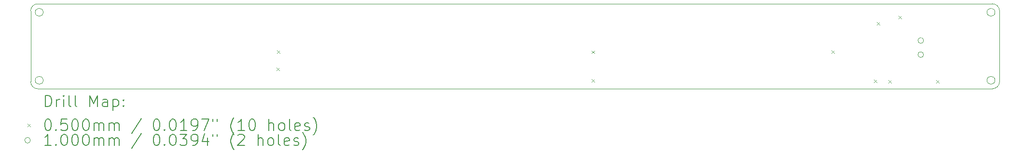
<source format=gbr>
%TF.GenerationSoftware,KiCad,Pcbnew,7.0.8*%
%TF.CreationDate,2023-12-16T13:31:58+08:00*%
%TF.ProjectId,Brake_Light,4272616b-655f-44c6-9967-68742e6b6963,v1.4*%
%TF.SameCoordinates,Original*%
%TF.FileFunction,Drillmap*%
%TF.FilePolarity,Positive*%
%FSLAX45Y45*%
G04 Gerber Fmt 4.5, Leading zero omitted, Abs format (unit mm)*
G04 Created by KiCad (PCBNEW 7.0.8) date 2023-12-16 13:31:58*
%MOMM*%
%LPD*%
G01*
G04 APERTURE LIST*
%ADD10C,0.100000*%
%ADD11C,0.200000*%
%ADD12C,0.050000*%
G04 APERTURE END LIST*
D10*
X21999613Y-9125391D02*
G75*
G03*
X21874609Y-9000387I-125003J1D01*
G01*
X5220000Y-10350000D02*
G75*
G03*
X5220000Y-10350000I-70000J0D01*
G01*
X21920000Y-10350000D02*
G75*
G03*
X21920000Y-10350000I-70000J0D01*
G01*
X5125391Y-9000387D02*
X21874609Y-9000387D01*
X21874609Y-10499613D02*
G75*
G03*
X21999613Y-10374609I1J125003D01*
G01*
X5000387Y-10374609D02*
X5000387Y-9125391D01*
X5125391Y-9000387D02*
G75*
G03*
X5000387Y-9125391I-1J-125003D01*
G01*
X21999613Y-9125391D02*
X21999613Y-10374609D01*
X5000387Y-10374609D02*
G75*
G03*
X5125391Y-10499613I125003J-1D01*
G01*
X21920000Y-9150000D02*
G75*
G03*
X21920000Y-9150000I-70000J0D01*
G01*
X5220000Y-9150000D02*
G75*
G03*
X5220000Y-9150000I-70000J0D01*
G01*
X21874609Y-10499613D02*
X5125391Y-10499613D01*
D11*
D12*
X9318000Y-10129000D02*
X9368000Y-10179000D01*
X9368000Y-10129000D02*
X9318000Y-10179000D01*
X9322000Y-9819000D02*
X9372000Y-9869000D01*
X9372000Y-9819000D02*
X9322000Y-9869000D01*
X14842000Y-9827000D02*
X14892000Y-9877000D01*
X14892000Y-9827000D02*
X14842000Y-9877000D01*
X14842000Y-10331000D02*
X14892000Y-10381000D01*
X14892000Y-10331000D02*
X14842000Y-10381000D01*
X19054000Y-9819000D02*
X19104000Y-9869000D01*
X19104000Y-9819000D02*
X19054000Y-9869000D01*
X19795000Y-10336000D02*
X19845000Y-10386000D01*
X19845000Y-10336000D02*
X19795000Y-10386000D01*
X19850000Y-9325000D02*
X19900000Y-9375000D01*
X19900000Y-9325000D02*
X19850000Y-9375000D01*
X20050000Y-10344000D02*
X20100000Y-10394000D01*
X20100000Y-10344000D02*
X20050000Y-10394000D01*
X20224000Y-9212000D02*
X20274000Y-9262000D01*
X20274000Y-9212000D02*
X20224000Y-9262000D01*
X20885000Y-10351000D02*
X20935000Y-10401000D01*
X20935000Y-10351000D02*
X20885000Y-10401000D01*
D10*
X20667400Y-9647700D02*
G75*
G03*
X20667400Y-9647700I-50000J0D01*
G01*
X20667400Y-9897700D02*
G75*
G03*
X20667400Y-9897700I-50000J0D01*
G01*
D11*
X5256164Y-10816097D02*
X5256164Y-10616097D01*
X5256164Y-10616097D02*
X5303783Y-10616097D01*
X5303783Y-10616097D02*
X5332355Y-10625620D01*
X5332355Y-10625620D02*
X5351402Y-10644668D01*
X5351402Y-10644668D02*
X5360926Y-10663716D01*
X5360926Y-10663716D02*
X5370450Y-10701811D01*
X5370450Y-10701811D02*
X5370450Y-10730382D01*
X5370450Y-10730382D02*
X5360926Y-10768478D01*
X5360926Y-10768478D02*
X5351402Y-10787525D01*
X5351402Y-10787525D02*
X5332355Y-10806573D01*
X5332355Y-10806573D02*
X5303783Y-10816097D01*
X5303783Y-10816097D02*
X5256164Y-10816097D01*
X5456164Y-10816097D02*
X5456164Y-10682763D01*
X5456164Y-10720859D02*
X5465688Y-10701811D01*
X5465688Y-10701811D02*
X5475212Y-10692287D01*
X5475212Y-10692287D02*
X5494259Y-10682763D01*
X5494259Y-10682763D02*
X5513307Y-10682763D01*
X5579974Y-10816097D02*
X5579974Y-10682763D01*
X5579974Y-10616097D02*
X5570450Y-10625620D01*
X5570450Y-10625620D02*
X5579974Y-10635144D01*
X5579974Y-10635144D02*
X5589497Y-10625620D01*
X5589497Y-10625620D02*
X5579974Y-10616097D01*
X5579974Y-10616097D02*
X5579974Y-10635144D01*
X5703783Y-10816097D02*
X5684735Y-10806573D01*
X5684735Y-10806573D02*
X5675212Y-10787525D01*
X5675212Y-10787525D02*
X5675212Y-10616097D01*
X5808545Y-10816097D02*
X5789497Y-10806573D01*
X5789497Y-10806573D02*
X5779973Y-10787525D01*
X5779973Y-10787525D02*
X5779973Y-10616097D01*
X6037116Y-10816097D02*
X6037116Y-10616097D01*
X6037116Y-10616097D02*
X6103783Y-10758954D01*
X6103783Y-10758954D02*
X6170450Y-10616097D01*
X6170450Y-10616097D02*
X6170450Y-10816097D01*
X6351402Y-10816097D02*
X6351402Y-10711335D01*
X6351402Y-10711335D02*
X6341878Y-10692287D01*
X6341878Y-10692287D02*
X6322831Y-10682763D01*
X6322831Y-10682763D02*
X6284735Y-10682763D01*
X6284735Y-10682763D02*
X6265688Y-10692287D01*
X6351402Y-10806573D02*
X6332354Y-10816097D01*
X6332354Y-10816097D02*
X6284735Y-10816097D01*
X6284735Y-10816097D02*
X6265688Y-10806573D01*
X6265688Y-10806573D02*
X6256164Y-10787525D01*
X6256164Y-10787525D02*
X6256164Y-10768478D01*
X6256164Y-10768478D02*
X6265688Y-10749430D01*
X6265688Y-10749430D02*
X6284735Y-10739906D01*
X6284735Y-10739906D02*
X6332354Y-10739906D01*
X6332354Y-10739906D02*
X6351402Y-10730382D01*
X6446640Y-10682763D02*
X6446640Y-10882763D01*
X6446640Y-10692287D02*
X6465688Y-10682763D01*
X6465688Y-10682763D02*
X6503783Y-10682763D01*
X6503783Y-10682763D02*
X6522831Y-10692287D01*
X6522831Y-10692287D02*
X6532354Y-10701811D01*
X6532354Y-10701811D02*
X6541878Y-10720859D01*
X6541878Y-10720859D02*
X6541878Y-10778001D01*
X6541878Y-10778001D02*
X6532354Y-10797049D01*
X6532354Y-10797049D02*
X6522831Y-10806573D01*
X6522831Y-10806573D02*
X6503783Y-10816097D01*
X6503783Y-10816097D02*
X6465688Y-10816097D01*
X6465688Y-10816097D02*
X6446640Y-10806573D01*
X6627593Y-10797049D02*
X6637116Y-10806573D01*
X6637116Y-10806573D02*
X6627593Y-10816097D01*
X6627593Y-10816097D02*
X6618069Y-10806573D01*
X6618069Y-10806573D02*
X6627593Y-10797049D01*
X6627593Y-10797049D02*
X6627593Y-10816097D01*
X6627593Y-10692287D02*
X6637116Y-10701811D01*
X6637116Y-10701811D02*
X6627593Y-10711335D01*
X6627593Y-10711335D02*
X6618069Y-10701811D01*
X6618069Y-10701811D02*
X6627593Y-10692287D01*
X6627593Y-10692287D02*
X6627593Y-10711335D01*
D12*
X4945387Y-11119613D02*
X4995387Y-11169613D01*
X4995387Y-11119613D02*
X4945387Y-11169613D01*
D11*
X5294259Y-11036097D02*
X5313307Y-11036097D01*
X5313307Y-11036097D02*
X5332355Y-11045620D01*
X5332355Y-11045620D02*
X5341878Y-11055144D01*
X5341878Y-11055144D02*
X5351402Y-11074192D01*
X5351402Y-11074192D02*
X5360926Y-11112287D01*
X5360926Y-11112287D02*
X5360926Y-11159906D01*
X5360926Y-11159906D02*
X5351402Y-11198001D01*
X5351402Y-11198001D02*
X5341878Y-11217049D01*
X5341878Y-11217049D02*
X5332355Y-11226573D01*
X5332355Y-11226573D02*
X5313307Y-11236097D01*
X5313307Y-11236097D02*
X5294259Y-11236097D01*
X5294259Y-11236097D02*
X5275212Y-11226573D01*
X5275212Y-11226573D02*
X5265688Y-11217049D01*
X5265688Y-11217049D02*
X5256164Y-11198001D01*
X5256164Y-11198001D02*
X5246640Y-11159906D01*
X5246640Y-11159906D02*
X5246640Y-11112287D01*
X5246640Y-11112287D02*
X5256164Y-11074192D01*
X5256164Y-11074192D02*
X5265688Y-11055144D01*
X5265688Y-11055144D02*
X5275212Y-11045620D01*
X5275212Y-11045620D02*
X5294259Y-11036097D01*
X5446640Y-11217049D02*
X5456164Y-11226573D01*
X5456164Y-11226573D02*
X5446640Y-11236097D01*
X5446640Y-11236097D02*
X5437116Y-11226573D01*
X5437116Y-11226573D02*
X5446640Y-11217049D01*
X5446640Y-11217049D02*
X5446640Y-11236097D01*
X5637116Y-11036097D02*
X5541878Y-11036097D01*
X5541878Y-11036097D02*
X5532355Y-11131335D01*
X5532355Y-11131335D02*
X5541878Y-11121811D01*
X5541878Y-11121811D02*
X5560926Y-11112287D01*
X5560926Y-11112287D02*
X5608545Y-11112287D01*
X5608545Y-11112287D02*
X5627593Y-11121811D01*
X5627593Y-11121811D02*
X5637116Y-11131335D01*
X5637116Y-11131335D02*
X5646640Y-11150382D01*
X5646640Y-11150382D02*
X5646640Y-11198001D01*
X5646640Y-11198001D02*
X5637116Y-11217049D01*
X5637116Y-11217049D02*
X5627593Y-11226573D01*
X5627593Y-11226573D02*
X5608545Y-11236097D01*
X5608545Y-11236097D02*
X5560926Y-11236097D01*
X5560926Y-11236097D02*
X5541878Y-11226573D01*
X5541878Y-11226573D02*
X5532355Y-11217049D01*
X5770450Y-11036097D02*
X5789497Y-11036097D01*
X5789497Y-11036097D02*
X5808545Y-11045620D01*
X5808545Y-11045620D02*
X5818069Y-11055144D01*
X5818069Y-11055144D02*
X5827593Y-11074192D01*
X5827593Y-11074192D02*
X5837116Y-11112287D01*
X5837116Y-11112287D02*
X5837116Y-11159906D01*
X5837116Y-11159906D02*
X5827593Y-11198001D01*
X5827593Y-11198001D02*
X5818069Y-11217049D01*
X5818069Y-11217049D02*
X5808545Y-11226573D01*
X5808545Y-11226573D02*
X5789497Y-11236097D01*
X5789497Y-11236097D02*
X5770450Y-11236097D01*
X5770450Y-11236097D02*
X5751402Y-11226573D01*
X5751402Y-11226573D02*
X5741878Y-11217049D01*
X5741878Y-11217049D02*
X5732354Y-11198001D01*
X5732354Y-11198001D02*
X5722831Y-11159906D01*
X5722831Y-11159906D02*
X5722831Y-11112287D01*
X5722831Y-11112287D02*
X5732354Y-11074192D01*
X5732354Y-11074192D02*
X5741878Y-11055144D01*
X5741878Y-11055144D02*
X5751402Y-11045620D01*
X5751402Y-11045620D02*
X5770450Y-11036097D01*
X5960926Y-11036097D02*
X5979974Y-11036097D01*
X5979974Y-11036097D02*
X5999021Y-11045620D01*
X5999021Y-11045620D02*
X6008545Y-11055144D01*
X6008545Y-11055144D02*
X6018069Y-11074192D01*
X6018069Y-11074192D02*
X6027593Y-11112287D01*
X6027593Y-11112287D02*
X6027593Y-11159906D01*
X6027593Y-11159906D02*
X6018069Y-11198001D01*
X6018069Y-11198001D02*
X6008545Y-11217049D01*
X6008545Y-11217049D02*
X5999021Y-11226573D01*
X5999021Y-11226573D02*
X5979974Y-11236097D01*
X5979974Y-11236097D02*
X5960926Y-11236097D01*
X5960926Y-11236097D02*
X5941878Y-11226573D01*
X5941878Y-11226573D02*
X5932354Y-11217049D01*
X5932354Y-11217049D02*
X5922831Y-11198001D01*
X5922831Y-11198001D02*
X5913307Y-11159906D01*
X5913307Y-11159906D02*
X5913307Y-11112287D01*
X5913307Y-11112287D02*
X5922831Y-11074192D01*
X5922831Y-11074192D02*
X5932354Y-11055144D01*
X5932354Y-11055144D02*
X5941878Y-11045620D01*
X5941878Y-11045620D02*
X5960926Y-11036097D01*
X6113307Y-11236097D02*
X6113307Y-11102763D01*
X6113307Y-11121811D02*
X6122831Y-11112287D01*
X6122831Y-11112287D02*
X6141878Y-11102763D01*
X6141878Y-11102763D02*
X6170450Y-11102763D01*
X6170450Y-11102763D02*
X6189497Y-11112287D01*
X6189497Y-11112287D02*
X6199021Y-11131335D01*
X6199021Y-11131335D02*
X6199021Y-11236097D01*
X6199021Y-11131335D02*
X6208545Y-11112287D01*
X6208545Y-11112287D02*
X6227593Y-11102763D01*
X6227593Y-11102763D02*
X6256164Y-11102763D01*
X6256164Y-11102763D02*
X6275212Y-11112287D01*
X6275212Y-11112287D02*
X6284735Y-11131335D01*
X6284735Y-11131335D02*
X6284735Y-11236097D01*
X6379974Y-11236097D02*
X6379974Y-11102763D01*
X6379974Y-11121811D02*
X6389497Y-11112287D01*
X6389497Y-11112287D02*
X6408545Y-11102763D01*
X6408545Y-11102763D02*
X6437116Y-11102763D01*
X6437116Y-11102763D02*
X6456164Y-11112287D01*
X6456164Y-11112287D02*
X6465688Y-11131335D01*
X6465688Y-11131335D02*
X6465688Y-11236097D01*
X6465688Y-11131335D02*
X6475212Y-11112287D01*
X6475212Y-11112287D02*
X6494259Y-11102763D01*
X6494259Y-11102763D02*
X6522831Y-11102763D01*
X6522831Y-11102763D02*
X6541878Y-11112287D01*
X6541878Y-11112287D02*
X6551402Y-11131335D01*
X6551402Y-11131335D02*
X6551402Y-11236097D01*
X6941878Y-11026573D02*
X6770450Y-11283716D01*
X7199021Y-11036097D02*
X7218069Y-11036097D01*
X7218069Y-11036097D02*
X7237117Y-11045620D01*
X7237117Y-11045620D02*
X7246640Y-11055144D01*
X7246640Y-11055144D02*
X7256164Y-11074192D01*
X7256164Y-11074192D02*
X7265688Y-11112287D01*
X7265688Y-11112287D02*
X7265688Y-11159906D01*
X7265688Y-11159906D02*
X7256164Y-11198001D01*
X7256164Y-11198001D02*
X7246640Y-11217049D01*
X7246640Y-11217049D02*
X7237117Y-11226573D01*
X7237117Y-11226573D02*
X7218069Y-11236097D01*
X7218069Y-11236097D02*
X7199021Y-11236097D01*
X7199021Y-11236097D02*
X7179974Y-11226573D01*
X7179974Y-11226573D02*
X7170450Y-11217049D01*
X7170450Y-11217049D02*
X7160926Y-11198001D01*
X7160926Y-11198001D02*
X7151402Y-11159906D01*
X7151402Y-11159906D02*
X7151402Y-11112287D01*
X7151402Y-11112287D02*
X7160926Y-11074192D01*
X7160926Y-11074192D02*
X7170450Y-11055144D01*
X7170450Y-11055144D02*
X7179974Y-11045620D01*
X7179974Y-11045620D02*
X7199021Y-11036097D01*
X7351402Y-11217049D02*
X7360926Y-11226573D01*
X7360926Y-11226573D02*
X7351402Y-11236097D01*
X7351402Y-11236097D02*
X7341878Y-11226573D01*
X7341878Y-11226573D02*
X7351402Y-11217049D01*
X7351402Y-11217049D02*
X7351402Y-11236097D01*
X7484736Y-11036097D02*
X7503783Y-11036097D01*
X7503783Y-11036097D02*
X7522831Y-11045620D01*
X7522831Y-11045620D02*
X7532355Y-11055144D01*
X7532355Y-11055144D02*
X7541878Y-11074192D01*
X7541878Y-11074192D02*
X7551402Y-11112287D01*
X7551402Y-11112287D02*
X7551402Y-11159906D01*
X7551402Y-11159906D02*
X7541878Y-11198001D01*
X7541878Y-11198001D02*
X7532355Y-11217049D01*
X7532355Y-11217049D02*
X7522831Y-11226573D01*
X7522831Y-11226573D02*
X7503783Y-11236097D01*
X7503783Y-11236097D02*
X7484736Y-11236097D01*
X7484736Y-11236097D02*
X7465688Y-11226573D01*
X7465688Y-11226573D02*
X7456164Y-11217049D01*
X7456164Y-11217049D02*
X7446640Y-11198001D01*
X7446640Y-11198001D02*
X7437117Y-11159906D01*
X7437117Y-11159906D02*
X7437117Y-11112287D01*
X7437117Y-11112287D02*
X7446640Y-11074192D01*
X7446640Y-11074192D02*
X7456164Y-11055144D01*
X7456164Y-11055144D02*
X7465688Y-11045620D01*
X7465688Y-11045620D02*
X7484736Y-11036097D01*
X7741878Y-11236097D02*
X7627593Y-11236097D01*
X7684736Y-11236097D02*
X7684736Y-11036097D01*
X7684736Y-11036097D02*
X7665688Y-11064668D01*
X7665688Y-11064668D02*
X7646640Y-11083716D01*
X7646640Y-11083716D02*
X7627593Y-11093239D01*
X7837117Y-11236097D02*
X7875212Y-11236097D01*
X7875212Y-11236097D02*
X7894259Y-11226573D01*
X7894259Y-11226573D02*
X7903783Y-11217049D01*
X7903783Y-11217049D02*
X7922831Y-11188477D01*
X7922831Y-11188477D02*
X7932355Y-11150382D01*
X7932355Y-11150382D02*
X7932355Y-11074192D01*
X7932355Y-11074192D02*
X7922831Y-11055144D01*
X7922831Y-11055144D02*
X7913307Y-11045620D01*
X7913307Y-11045620D02*
X7894259Y-11036097D01*
X7894259Y-11036097D02*
X7856164Y-11036097D01*
X7856164Y-11036097D02*
X7837117Y-11045620D01*
X7837117Y-11045620D02*
X7827593Y-11055144D01*
X7827593Y-11055144D02*
X7818069Y-11074192D01*
X7818069Y-11074192D02*
X7818069Y-11121811D01*
X7818069Y-11121811D02*
X7827593Y-11140859D01*
X7827593Y-11140859D02*
X7837117Y-11150382D01*
X7837117Y-11150382D02*
X7856164Y-11159906D01*
X7856164Y-11159906D02*
X7894259Y-11159906D01*
X7894259Y-11159906D02*
X7913307Y-11150382D01*
X7913307Y-11150382D02*
X7922831Y-11140859D01*
X7922831Y-11140859D02*
X7932355Y-11121811D01*
X7999021Y-11036097D02*
X8132355Y-11036097D01*
X8132355Y-11036097D02*
X8046640Y-11236097D01*
X8199021Y-11036097D02*
X8199021Y-11074192D01*
X8275212Y-11036097D02*
X8275212Y-11074192D01*
X8570450Y-11312287D02*
X8560926Y-11302763D01*
X8560926Y-11302763D02*
X8541879Y-11274192D01*
X8541879Y-11274192D02*
X8532355Y-11255144D01*
X8532355Y-11255144D02*
X8522831Y-11226573D01*
X8522831Y-11226573D02*
X8513307Y-11178954D01*
X8513307Y-11178954D02*
X8513307Y-11140859D01*
X8513307Y-11140859D02*
X8522831Y-11093239D01*
X8522831Y-11093239D02*
X8532355Y-11064668D01*
X8532355Y-11064668D02*
X8541879Y-11045620D01*
X8541879Y-11045620D02*
X8560926Y-11017049D01*
X8560926Y-11017049D02*
X8570450Y-11007525D01*
X8751402Y-11236097D02*
X8637117Y-11236097D01*
X8694260Y-11236097D02*
X8694260Y-11036097D01*
X8694260Y-11036097D02*
X8675212Y-11064668D01*
X8675212Y-11064668D02*
X8656164Y-11083716D01*
X8656164Y-11083716D02*
X8637117Y-11093239D01*
X8875212Y-11036097D02*
X8894260Y-11036097D01*
X8894260Y-11036097D02*
X8913307Y-11045620D01*
X8913307Y-11045620D02*
X8922831Y-11055144D01*
X8922831Y-11055144D02*
X8932355Y-11074192D01*
X8932355Y-11074192D02*
X8941879Y-11112287D01*
X8941879Y-11112287D02*
X8941879Y-11159906D01*
X8941879Y-11159906D02*
X8932355Y-11198001D01*
X8932355Y-11198001D02*
X8922831Y-11217049D01*
X8922831Y-11217049D02*
X8913307Y-11226573D01*
X8913307Y-11226573D02*
X8894260Y-11236097D01*
X8894260Y-11236097D02*
X8875212Y-11236097D01*
X8875212Y-11236097D02*
X8856164Y-11226573D01*
X8856164Y-11226573D02*
X8846641Y-11217049D01*
X8846641Y-11217049D02*
X8837117Y-11198001D01*
X8837117Y-11198001D02*
X8827593Y-11159906D01*
X8827593Y-11159906D02*
X8827593Y-11112287D01*
X8827593Y-11112287D02*
X8837117Y-11074192D01*
X8837117Y-11074192D02*
X8846641Y-11055144D01*
X8846641Y-11055144D02*
X8856164Y-11045620D01*
X8856164Y-11045620D02*
X8875212Y-11036097D01*
X9179974Y-11236097D02*
X9179974Y-11036097D01*
X9265688Y-11236097D02*
X9265688Y-11131335D01*
X9265688Y-11131335D02*
X9256164Y-11112287D01*
X9256164Y-11112287D02*
X9237117Y-11102763D01*
X9237117Y-11102763D02*
X9208545Y-11102763D01*
X9208545Y-11102763D02*
X9189498Y-11112287D01*
X9189498Y-11112287D02*
X9179974Y-11121811D01*
X9389498Y-11236097D02*
X9370450Y-11226573D01*
X9370450Y-11226573D02*
X9360926Y-11217049D01*
X9360926Y-11217049D02*
X9351403Y-11198001D01*
X9351403Y-11198001D02*
X9351403Y-11140859D01*
X9351403Y-11140859D02*
X9360926Y-11121811D01*
X9360926Y-11121811D02*
X9370450Y-11112287D01*
X9370450Y-11112287D02*
X9389498Y-11102763D01*
X9389498Y-11102763D02*
X9418069Y-11102763D01*
X9418069Y-11102763D02*
X9437117Y-11112287D01*
X9437117Y-11112287D02*
X9446641Y-11121811D01*
X9446641Y-11121811D02*
X9456164Y-11140859D01*
X9456164Y-11140859D02*
X9456164Y-11198001D01*
X9456164Y-11198001D02*
X9446641Y-11217049D01*
X9446641Y-11217049D02*
X9437117Y-11226573D01*
X9437117Y-11226573D02*
X9418069Y-11236097D01*
X9418069Y-11236097D02*
X9389498Y-11236097D01*
X9570450Y-11236097D02*
X9551403Y-11226573D01*
X9551403Y-11226573D02*
X9541879Y-11207525D01*
X9541879Y-11207525D02*
X9541879Y-11036097D01*
X9722831Y-11226573D02*
X9703784Y-11236097D01*
X9703784Y-11236097D02*
X9665688Y-11236097D01*
X9665688Y-11236097D02*
X9646641Y-11226573D01*
X9646641Y-11226573D02*
X9637117Y-11207525D01*
X9637117Y-11207525D02*
X9637117Y-11131335D01*
X9637117Y-11131335D02*
X9646641Y-11112287D01*
X9646641Y-11112287D02*
X9665688Y-11102763D01*
X9665688Y-11102763D02*
X9703784Y-11102763D01*
X9703784Y-11102763D02*
X9722831Y-11112287D01*
X9722831Y-11112287D02*
X9732355Y-11131335D01*
X9732355Y-11131335D02*
X9732355Y-11150382D01*
X9732355Y-11150382D02*
X9637117Y-11169430D01*
X9808545Y-11226573D02*
X9827593Y-11236097D01*
X9827593Y-11236097D02*
X9865688Y-11236097D01*
X9865688Y-11236097D02*
X9884736Y-11226573D01*
X9884736Y-11226573D02*
X9894260Y-11207525D01*
X9894260Y-11207525D02*
X9894260Y-11198001D01*
X9894260Y-11198001D02*
X9884736Y-11178954D01*
X9884736Y-11178954D02*
X9865688Y-11169430D01*
X9865688Y-11169430D02*
X9837117Y-11169430D01*
X9837117Y-11169430D02*
X9818069Y-11159906D01*
X9818069Y-11159906D02*
X9808545Y-11140859D01*
X9808545Y-11140859D02*
X9808545Y-11131335D01*
X9808545Y-11131335D02*
X9818069Y-11112287D01*
X9818069Y-11112287D02*
X9837117Y-11102763D01*
X9837117Y-11102763D02*
X9865688Y-11102763D01*
X9865688Y-11102763D02*
X9884736Y-11112287D01*
X9960926Y-11312287D02*
X9970450Y-11302763D01*
X9970450Y-11302763D02*
X9989498Y-11274192D01*
X9989498Y-11274192D02*
X9999022Y-11255144D01*
X9999022Y-11255144D02*
X10008545Y-11226573D01*
X10008545Y-11226573D02*
X10018069Y-11178954D01*
X10018069Y-11178954D02*
X10018069Y-11140859D01*
X10018069Y-11140859D02*
X10008545Y-11093239D01*
X10008545Y-11093239D02*
X9999022Y-11064668D01*
X9999022Y-11064668D02*
X9989498Y-11045620D01*
X9989498Y-11045620D02*
X9970450Y-11017049D01*
X9970450Y-11017049D02*
X9960926Y-11007525D01*
D10*
X4995387Y-11408613D02*
G75*
G03*
X4995387Y-11408613I-50000J0D01*
G01*
D11*
X5360926Y-11500097D02*
X5246640Y-11500097D01*
X5303783Y-11500097D02*
X5303783Y-11300097D01*
X5303783Y-11300097D02*
X5284735Y-11328668D01*
X5284735Y-11328668D02*
X5265688Y-11347716D01*
X5265688Y-11347716D02*
X5246640Y-11357239D01*
X5446640Y-11481049D02*
X5456164Y-11490573D01*
X5456164Y-11490573D02*
X5446640Y-11500097D01*
X5446640Y-11500097D02*
X5437116Y-11490573D01*
X5437116Y-11490573D02*
X5446640Y-11481049D01*
X5446640Y-11481049D02*
X5446640Y-11500097D01*
X5579974Y-11300097D02*
X5599021Y-11300097D01*
X5599021Y-11300097D02*
X5618069Y-11309620D01*
X5618069Y-11309620D02*
X5627593Y-11319144D01*
X5627593Y-11319144D02*
X5637116Y-11338192D01*
X5637116Y-11338192D02*
X5646640Y-11376287D01*
X5646640Y-11376287D02*
X5646640Y-11423906D01*
X5646640Y-11423906D02*
X5637116Y-11462001D01*
X5637116Y-11462001D02*
X5627593Y-11481049D01*
X5627593Y-11481049D02*
X5618069Y-11490573D01*
X5618069Y-11490573D02*
X5599021Y-11500097D01*
X5599021Y-11500097D02*
X5579974Y-11500097D01*
X5579974Y-11500097D02*
X5560926Y-11490573D01*
X5560926Y-11490573D02*
X5551402Y-11481049D01*
X5551402Y-11481049D02*
X5541878Y-11462001D01*
X5541878Y-11462001D02*
X5532355Y-11423906D01*
X5532355Y-11423906D02*
X5532355Y-11376287D01*
X5532355Y-11376287D02*
X5541878Y-11338192D01*
X5541878Y-11338192D02*
X5551402Y-11319144D01*
X5551402Y-11319144D02*
X5560926Y-11309620D01*
X5560926Y-11309620D02*
X5579974Y-11300097D01*
X5770450Y-11300097D02*
X5789497Y-11300097D01*
X5789497Y-11300097D02*
X5808545Y-11309620D01*
X5808545Y-11309620D02*
X5818069Y-11319144D01*
X5818069Y-11319144D02*
X5827593Y-11338192D01*
X5827593Y-11338192D02*
X5837116Y-11376287D01*
X5837116Y-11376287D02*
X5837116Y-11423906D01*
X5837116Y-11423906D02*
X5827593Y-11462001D01*
X5827593Y-11462001D02*
X5818069Y-11481049D01*
X5818069Y-11481049D02*
X5808545Y-11490573D01*
X5808545Y-11490573D02*
X5789497Y-11500097D01*
X5789497Y-11500097D02*
X5770450Y-11500097D01*
X5770450Y-11500097D02*
X5751402Y-11490573D01*
X5751402Y-11490573D02*
X5741878Y-11481049D01*
X5741878Y-11481049D02*
X5732354Y-11462001D01*
X5732354Y-11462001D02*
X5722831Y-11423906D01*
X5722831Y-11423906D02*
X5722831Y-11376287D01*
X5722831Y-11376287D02*
X5732354Y-11338192D01*
X5732354Y-11338192D02*
X5741878Y-11319144D01*
X5741878Y-11319144D02*
X5751402Y-11309620D01*
X5751402Y-11309620D02*
X5770450Y-11300097D01*
X5960926Y-11300097D02*
X5979974Y-11300097D01*
X5979974Y-11300097D02*
X5999021Y-11309620D01*
X5999021Y-11309620D02*
X6008545Y-11319144D01*
X6008545Y-11319144D02*
X6018069Y-11338192D01*
X6018069Y-11338192D02*
X6027593Y-11376287D01*
X6027593Y-11376287D02*
X6027593Y-11423906D01*
X6027593Y-11423906D02*
X6018069Y-11462001D01*
X6018069Y-11462001D02*
X6008545Y-11481049D01*
X6008545Y-11481049D02*
X5999021Y-11490573D01*
X5999021Y-11490573D02*
X5979974Y-11500097D01*
X5979974Y-11500097D02*
X5960926Y-11500097D01*
X5960926Y-11500097D02*
X5941878Y-11490573D01*
X5941878Y-11490573D02*
X5932354Y-11481049D01*
X5932354Y-11481049D02*
X5922831Y-11462001D01*
X5922831Y-11462001D02*
X5913307Y-11423906D01*
X5913307Y-11423906D02*
X5913307Y-11376287D01*
X5913307Y-11376287D02*
X5922831Y-11338192D01*
X5922831Y-11338192D02*
X5932354Y-11319144D01*
X5932354Y-11319144D02*
X5941878Y-11309620D01*
X5941878Y-11309620D02*
X5960926Y-11300097D01*
X6113307Y-11500097D02*
X6113307Y-11366763D01*
X6113307Y-11385811D02*
X6122831Y-11376287D01*
X6122831Y-11376287D02*
X6141878Y-11366763D01*
X6141878Y-11366763D02*
X6170450Y-11366763D01*
X6170450Y-11366763D02*
X6189497Y-11376287D01*
X6189497Y-11376287D02*
X6199021Y-11395335D01*
X6199021Y-11395335D02*
X6199021Y-11500097D01*
X6199021Y-11395335D02*
X6208545Y-11376287D01*
X6208545Y-11376287D02*
X6227593Y-11366763D01*
X6227593Y-11366763D02*
X6256164Y-11366763D01*
X6256164Y-11366763D02*
X6275212Y-11376287D01*
X6275212Y-11376287D02*
X6284735Y-11395335D01*
X6284735Y-11395335D02*
X6284735Y-11500097D01*
X6379974Y-11500097D02*
X6379974Y-11366763D01*
X6379974Y-11385811D02*
X6389497Y-11376287D01*
X6389497Y-11376287D02*
X6408545Y-11366763D01*
X6408545Y-11366763D02*
X6437116Y-11366763D01*
X6437116Y-11366763D02*
X6456164Y-11376287D01*
X6456164Y-11376287D02*
X6465688Y-11395335D01*
X6465688Y-11395335D02*
X6465688Y-11500097D01*
X6465688Y-11395335D02*
X6475212Y-11376287D01*
X6475212Y-11376287D02*
X6494259Y-11366763D01*
X6494259Y-11366763D02*
X6522831Y-11366763D01*
X6522831Y-11366763D02*
X6541878Y-11376287D01*
X6541878Y-11376287D02*
X6551402Y-11395335D01*
X6551402Y-11395335D02*
X6551402Y-11500097D01*
X6941878Y-11290573D02*
X6770450Y-11547716D01*
X7199021Y-11300097D02*
X7218069Y-11300097D01*
X7218069Y-11300097D02*
X7237117Y-11309620D01*
X7237117Y-11309620D02*
X7246640Y-11319144D01*
X7246640Y-11319144D02*
X7256164Y-11338192D01*
X7256164Y-11338192D02*
X7265688Y-11376287D01*
X7265688Y-11376287D02*
X7265688Y-11423906D01*
X7265688Y-11423906D02*
X7256164Y-11462001D01*
X7256164Y-11462001D02*
X7246640Y-11481049D01*
X7246640Y-11481049D02*
X7237117Y-11490573D01*
X7237117Y-11490573D02*
X7218069Y-11500097D01*
X7218069Y-11500097D02*
X7199021Y-11500097D01*
X7199021Y-11500097D02*
X7179974Y-11490573D01*
X7179974Y-11490573D02*
X7170450Y-11481049D01*
X7170450Y-11481049D02*
X7160926Y-11462001D01*
X7160926Y-11462001D02*
X7151402Y-11423906D01*
X7151402Y-11423906D02*
X7151402Y-11376287D01*
X7151402Y-11376287D02*
X7160926Y-11338192D01*
X7160926Y-11338192D02*
X7170450Y-11319144D01*
X7170450Y-11319144D02*
X7179974Y-11309620D01*
X7179974Y-11309620D02*
X7199021Y-11300097D01*
X7351402Y-11481049D02*
X7360926Y-11490573D01*
X7360926Y-11490573D02*
X7351402Y-11500097D01*
X7351402Y-11500097D02*
X7341878Y-11490573D01*
X7341878Y-11490573D02*
X7351402Y-11481049D01*
X7351402Y-11481049D02*
X7351402Y-11500097D01*
X7484736Y-11300097D02*
X7503783Y-11300097D01*
X7503783Y-11300097D02*
X7522831Y-11309620D01*
X7522831Y-11309620D02*
X7532355Y-11319144D01*
X7532355Y-11319144D02*
X7541878Y-11338192D01*
X7541878Y-11338192D02*
X7551402Y-11376287D01*
X7551402Y-11376287D02*
X7551402Y-11423906D01*
X7551402Y-11423906D02*
X7541878Y-11462001D01*
X7541878Y-11462001D02*
X7532355Y-11481049D01*
X7532355Y-11481049D02*
X7522831Y-11490573D01*
X7522831Y-11490573D02*
X7503783Y-11500097D01*
X7503783Y-11500097D02*
X7484736Y-11500097D01*
X7484736Y-11500097D02*
X7465688Y-11490573D01*
X7465688Y-11490573D02*
X7456164Y-11481049D01*
X7456164Y-11481049D02*
X7446640Y-11462001D01*
X7446640Y-11462001D02*
X7437117Y-11423906D01*
X7437117Y-11423906D02*
X7437117Y-11376287D01*
X7437117Y-11376287D02*
X7446640Y-11338192D01*
X7446640Y-11338192D02*
X7456164Y-11319144D01*
X7456164Y-11319144D02*
X7465688Y-11309620D01*
X7465688Y-11309620D02*
X7484736Y-11300097D01*
X7618069Y-11300097D02*
X7741878Y-11300097D01*
X7741878Y-11300097D02*
X7675212Y-11376287D01*
X7675212Y-11376287D02*
X7703783Y-11376287D01*
X7703783Y-11376287D02*
X7722831Y-11385811D01*
X7722831Y-11385811D02*
X7732355Y-11395335D01*
X7732355Y-11395335D02*
X7741878Y-11414382D01*
X7741878Y-11414382D02*
X7741878Y-11462001D01*
X7741878Y-11462001D02*
X7732355Y-11481049D01*
X7732355Y-11481049D02*
X7722831Y-11490573D01*
X7722831Y-11490573D02*
X7703783Y-11500097D01*
X7703783Y-11500097D02*
X7646640Y-11500097D01*
X7646640Y-11500097D02*
X7627593Y-11490573D01*
X7627593Y-11490573D02*
X7618069Y-11481049D01*
X7837117Y-11500097D02*
X7875212Y-11500097D01*
X7875212Y-11500097D02*
X7894259Y-11490573D01*
X7894259Y-11490573D02*
X7903783Y-11481049D01*
X7903783Y-11481049D02*
X7922831Y-11452477D01*
X7922831Y-11452477D02*
X7932355Y-11414382D01*
X7932355Y-11414382D02*
X7932355Y-11338192D01*
X7932355Y-11338192D02*
X7922831Y-11319144D01*
X7922831Y-11319144D02*
X7913307Y-11309620D01*
X7913307Y-11309620D02*
X7894259Y-11300097D01*
X7894259Y-11300097D02*
X7856164Y-11300097D01*
X7856164Y-11300097D02*
X7837117Y-11309620D01*
X7837117Y-11309620D02*
X7827593Y-11319144D01*
X7827593Y-11319144D02*
X7818069Y-11338192D01*
X7818069Y-11338192D02*
X7818069Y-11385811D01*
X7818069Y-11385811D02*
X7827593Y-11404858D01*
X7827593Y-11404858D02*
X7837117Y-11414382D01*
X7837117Y-11414382D02*
X7856164Y-11423906D01*
X7856164Y-11423906D02*
X7894259Y-11423906D01*
X7894259Y-11423906D02*
X7913307Y-11414382D01*
X7913307Y-11414382D02*
X7922831Y-11404858D01*
X7922831Y-11404858D02*
X7932355Y-11385811D01*
X8103783Y-11366763D02*
X8103783Y-11500097D01*
X8056164Y-11290573D02*
X8008545Y-11433430D01*
X8008545Y-11433430D02*
X8132355Y-11433430D01*
X8199021Y-11300097D02*
X8199021Y-11338192D01*
X8275212Y-11300097D02*
X8275212Y-11338192D01*
X8570450Y-11576287D02*
X8560926Y-11566763D01*
X8560926Y-11566763D02*
X8541879Y-11538192D01*
X8541879Y-11538192D02*
X8532355Y-11519144D01*
X8532355Y-11519144D02*
X8522831Y-11490573D01*
X8522831Y-11490573D02*
X8513307Y-11442954D01*
X8513307Y-11442954D02*
X8513307Y-11404858D01*
X8513307Y-11404858D02*
X8522831Y-11357239D01*
X8522831Y-11357239D02*
X8532355Y-11328668D01*
X8532355Y-11328668D02*
X8541879Y-11309620D01*
X8541879Y-11309620D02*
X8560926Y-11281049D01*
X8560926Y-11281049D02*
X8570450Y-11271525D01*
X8637117Y-11319144D02*
X8646641Y-11309620D01*
X8646641Y-11309620D02*
X8665688Y-11300097D01*
X8665688Y-11300097D02*
X8713307Y-11300097D01*
X8713307Y-11300097D02*
X8732355Y-11309620D01*
X8732355Y-11309620D02*
X8741879Y-11319144D01*
X8741879Y-11319144D02*
X8751402Y-11338192D01*
X8751402Y-11338192D02*
X8751402Y-11357239D01*
X8751402Y-11357239D02*
X8741879Y-11385811D01*
X8741879Y-11385811D02*
X8627593Y-11500097D01*
X8627593Y-11500097D02*
X8751402Y-11500097D01*
X8989498Y-11500097D02*
X8989498Y-11300097D01*
X9075212Y-11500097D02*
X9075212Y-11395335D01*
X9075212Y-11395335D02*
X9065688Y-11376287D01*
X9065688Y-11376287D02*
X9046641Y-11366763D01*
X9046641Y-11366763D02*
X9018069Y-11366763D01*
X9018069Y-11366763D02*
X8999022Y-11376287D01*
X8999022Y-11376287D02*
X8989498Y-11385811D01*
X9199022Y-11500097D02*
X9179974Y-11490573D01*
X9179974Y-11490573D02*
X9170450Y-11481049D01*
X9170450Y-11481049D02*
X9160926Y-11462001D01*
X9160926Y-11462001D02*
X9160926Y-11404858D01*
X9160926Y-11404858D02*
X9170450Y-11385811D01*
X9170450Y-11385811D02*
X9179974Y-11376287D01*
X9179974Y-11376287D02*
X9199022Y-11366763D01*
X9199022Y-11366763D02*
X9227593Y-11366763D01*
X9227593Y-11366763D02*
X9246641Y-11376287D01*
X9246641Y-11376287D02*
X9256164Y-11385811D01*
X9256164Y-11385811D02*
X9265688Y-11404858D01*
X9265688Y-11404858D02*
X9265688Y-11462001D01*
X9265688Y-11462001D02*
X9256164Y-11481049D01*
X9256164Y-11481049D02*
X9246641Y-11490573D01*
X9246641Y-11490573D02*
X9227593Y-11500097D01*
X9227593Y-11500097D02*
X9199022Y-11500097D01*
X9379974Y-11500097D02*
X9360926Y-11490573D01*
X9360926Y-11490573D02*
X9351403Y-11471525D01*
X9351403Y-11471525D02*
X9351403Y-11300097D01*
X9532355Y-11490573D02*
X9513307Y-11500097D01*
X9513307Y-11500097D02*
X9475212Y-11500097D01*
X9475212Y-11500097D02*
X9456164Y-11490573D01*
X9456164Y-11490573D02*
X9446641Y-11471525D01*
X9446641Y-11471525D02*
X9446641Y-11395335D01*
X9446641Y-11395335D02*
X9456164Y-11376287D01*
X9456164Y-11376287D02*
X9475212Y-11366763D01*
X9475212Y-11366763D02*
X9513307Y-11366763D01*
X9513307Y-11366763D02*
X9532355Y-11376287D01*
X9532355Y-11376287D02*
X9541879Y-11395335D01*
X9541879Y-11395335D02*
X9541879Y-11414382D01*
X9541879Y-11414382D02*
X9446641Y-11433430D01*
X9618069Y-11490573D02*
X9637117Y-11500097D01*
X9637117Y-11500097D02*
X9675212Y-11500097D01*
X9675212Y-11500097D02*
X9694260Y-11490573D01*
X9694260Y-11490573D02*
X9703784Y-11471525D01*
X9703784Y-11471525D02*
X9703784Y-11462001D01*
X9703784Y-11462001D02*
X9694260Y-11442954D01*
X9694260Y-11442954D02*
X9675212Y-11433430D01*
X9675212Y-11433430D02*
X9646641Y-11433430D01*
X9646641Y-11433430D02*
X9627593Y-11423906D01*
X9627593Y-11423906D02*
X9618069Y-11404858D01*
X9618069Y-11404858D02*
X9618069Y-11395335D01*
X9618069Y-11395335D02*
X9627593Y-11376287D01*
X9627593Y-11376287D02*
X9646641Y-11366763D01*
X9646641Y-11366763D02*
X9675212Y-11366763D01*
X9675212Y-11366763D02*
X9694260Y-11376287D01*
X9770450Y-11576287D02*
X9779974Y-11566763D01*
X9779974Y-11566763D02*
X9799022Y-11538192D01*
X9799022Y-11538192D02*
X9808545Y-11519144D01*
X9808545Y-11519144D02*
X9818069Y-11490573D01*
X9818069Y-11490573D02*
X9827593Y-11442954D01*
X9827593Y-11442954D02*
X9827593Y-11404858D01*
X9827593Y-11404858D02*
X9818069Y-11357239D01*
X9818069Y-11357239D02*
X9808545Y-11328668D01*
X9808545Y-11328668D02*
X9799022Y-11309620D01*
X9799022Y-11309620D02*
X9779974Y-11281049D01*
X9779974Y-11281049D02*
X9770450Y-11271525D01*
M02*

</source>
